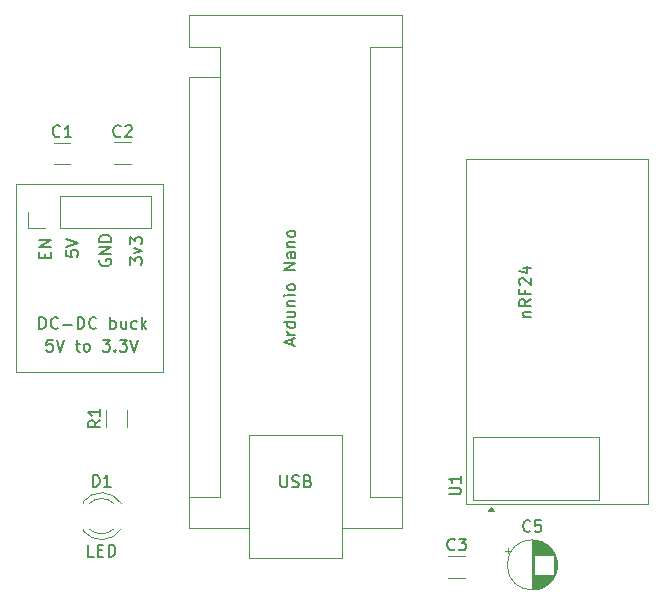
<source format=gbr>
%TF.GenerationSoftware,KiCad,Pcbnew,9.0.5*%
%TF.CreationDate,2025-11-11T16:31:38-05:00*%
%TF.ProjectId,Base_station_PCB_V0.3.1,42617365-5f73-4746-9174-696f6e5f5043,rev?*%
%TF.SameCoordinates,Original*%
%TF.FileFunction,Legend,Top*%
%TF.FilePolarity,Positive*%
%FSLAX46Y46*%
G04 Gerber Fmt 4.6, Leading zero omitted, Abs format (unit mm)*
G04 Created by KiCad (PCBNEW 9.0.5) date 2025-11-11 16:31:38*
%MOMM*%
%LPD*%
G01*
G04 APERTURE LIST*
%ADD10C,0.150000*%
%ADD11C,0.100000*%
%ADD12C,0.120000*%
G04 APERTURE END LIST*
D10*
X98752438Y-86171904D02*
X98704819Y-86267142D01*
X98704819Y-86267142D02*
X98704819Y-86409999D01*
X98704819Y-86409999D02*
X98752438Y-86552856D01*
X98752438Y-86552856D02*
X98847676Y-86648094D01*
X98847676Y-86648094D02*
X98942914Y-86695713D01*
X98942914Y-86695713D02*
X99133390Y-86743332D01*
X99133390Y-86743332D02*
X99276247Y-86743332D01*
X99276247Y-86743332D02*
X99466723Y-86695713D01*
X99466723Y-86695713D02*
X99561961Y-86648094D01*
X99561961Y-86648094D02*
X99657200Y-86552856D01*
X99657200Y-86552856D02*
X99704819Y-86409999D01*
X99704819Y-86409999D02*
X99704819Y-86314761D01*
X99704819Y-86314761D02*
X99657200Y-86171904D01*
X99657200Y-86171904D02*
X99609580Y-86124285D01*
X99609580Y-86124285D02*
X99276247Y-86124285D01*
X99276247Y-86124285D02*
X99276247Y-86314761D01*
X99704819Y-85695713D02*
X98704819Y-85695713D01*
X98704819Y-85695713D02*
X99704819Y-85124285D01*
X99704819Y-85124285D02*
X98704819Y-85124285D01*
X99704819Y-84648094D02*
X98704819Y-84648094D01*
X98704819Y-84648094D02*
X98704819Y-84409999D01*
X98704819Y-84409999D02*
X98752438Y-84267142D01*
X98752438Y-84267142D02*
X98847676Y-84171904D01*
X98847676Y-84171904D02*
X98942914Y-84124285D01*
X98942914Y-84124285D02*
X99133390Y-84076666D01*
X99133390Y-84076666D02*
X99276247Y-84076666D01*
X99276247Y-84076666D02*
X99466723Y-84124285D01*
X99466723Y-84124285D02*
X99561961Y-84171904D01*
X99561961Y-84171904D02*
X99657200Y-84267142D01*
X99657200Y-84267142D02*
X99704819Y-84409999D01*
X99704819Y-84409999D02*
X99704819Y-84648094D01*
X101314819Y-86600475D02*
X101314819Y-85981428D01*
X101314819Y-85981428D02*
X101695771Y-86314761D01*
X101695771Y-86314761D02*
X101695771Y-86171904D01*
X101695771Y-86171904D02*
X101743390Y-86076666D01*
X101743390Y-86076666D02*
X101791009Y-86029047D01*
X101791009Y-86029047D02*
X101886247Y-85981428D01*
X101886247Y-85981428D02*
X102124342Y-85981428D01*
X102124342Y-85981428D02*
X102219580Y-86029047D01*
X102219580Y-86029047D02*
X102267200Y-86076666D01*
X102267200Y-86076666D02*
X102314819Y-86171904D01*
X102314819Y-86171904D02*
X102314819Y-86457618D01*
X102314819Y-86457618D02*
X102267200Y-86552856D01*
X102267200Y-86552856D02*
X102219580Y-86600475D01*
X101648152Y-85648094D02*
X102314819Y-85409999D01*
X102314819Y-85409999D02*
X101648152Y-85171904D01*
X101314819Y-84886189D02*
X101314819Y-84267142D01*
X101314819Y-84267142D02*
X101695771Y-84600475D01*
X101695771Y-84600475D02*
X101695771Y-84457618D01*
X101695771Y-84457618D02*
X101743390Y-84362380D01*
X101743390Y-84362380D02*
X101791009Y-84314761D01*
X101791009Y-84314761D02*
X101886247Y-84267142D01*
X101886247Y-84267142D02*
X102124342Y-84267142D01*
X102124342Y-84267142D02*
X102219580Y-84314761D01*
X102219580Y-84314761D02*
X102267200Y-84362380D01*
X102267200Y-84362380D02*
X102314819Y-84457618D01*
X102314819Y-84457618D02*
X102314819Y-84743332D01*
X102314819Y-84743332D02*
X102267200Y-84838570D01*
X102267200Y-84838570D02*
X102219580Y-84886189D01*
X95904819Y-85390476D02*
X95904819Y-85866666D01*
X95904819Y-85866666D02*
X96381009Y-85914285D01*
X96381009Y-85914285D02*
X96333390Y-85866666D01*
X96333390Y-85866666D02*
X96285771Y-85771428D01*
X96285771Y-85771428D02*
X96285771Y-85533333D01*
X96285771Y-85533333D02*
X96333390Y-85438095D01*
X96333390Y-85438095D02*
X96381009Y-85390476D01*
X96381009Y-85390476D02*
X96476247Y-85342857D01*
X96476247Y-85342857D02*
X96714342Y-85342857D01*
X96714342Y-85342857D02*
X96809580Y-85390476D01*
X96809580Y-85390476D02*
X96857200Y-85438095D01*
X96857200Y-85438095D02*
X96904819Y-85533333D01*
X96904819Y-85533333D02*
X96904819Y-85771428D01*
X96904819Y-85771428D02*
X96857200Y-85866666D01*
X96857200Y-85866666D02*
X96809580Y-85914285D01*
X95904819Y-85057142D02*
X96904819Y-84723809D01*
X96904819Y-84723809D02*
X95904819Y-84390476D01*
X94081009Y-85988094D02*
X94081009Y-85654761D01*
X94604819Y-85511904D02*
X94604819Y-85988094D01*
X94604819Y-85988094D02*
X93604819Y-85988094D01*
X93604819Y-85988094D02*
X93604819Y-85511904D01*
X94604819Y-85083332D02*
X93604819Y-85083332D01*
X93604819Y-85083332D02*
X94604819Y-84511904D01*
X94604819Y-84511904D02*
X93604819Y-84511904D01*
X94750475Y-92954819D02*
X94274285Y-92954819D01*
X94274285Y-92954819D02*
X94226666Y-93431009D01*
X94226666Y-93431009D02*
X94274285Y-93383390D01*
X94274285Y-93383390D02*
X94369523Y-93335771D01*
X94369523Y-93335771D02*
X94607618Y-93335771D01*
X94607618Y-93335771D02*
X94702856Y-93383390D01*
X94702856Y-93383390D02*
X94750475Y-93431009D01*
X94750475Y-93431009D02*
X94798094Y-93526247D01*
X94798094Y-93526247D02*
X94798094Y-93764342D01*
X94798094Y-93764342D02*
X94750475Y-93859580D01*
X94750475Y-93859580D02*
X94702856Y-93907200D01*
X94702856Y-93907200D02*
X94607618Y-93954819D01*
X94607618Y-93954819D02*
X94369523Y-93954819D01*
X94369523Y-93954819D02*
X94274285Y-93907200D01*
X94274285Y-93907200D02*
X94226666Y-93859580D01*
X95083809Y-92954819D02*
X95417142Y-93954819D01*
X95417142Y-93954819D02*
X95750475Y-92954819D01*
X96702857Y-93288152D02*
X97083809Y-93288152D01*
X96845714Y-92954819D02*
X96845714Y-93811961D01*
X96845714Y-93811961D02*
X96893333Y-93907200D01*
X96893333Y-93907200D02*
X96988571Y-93954819D01*
X96988571Y-93954819D02*
X97083809Y-93954819D01*
X97560000Y-93954819D02*
X97464762Y-93907200D01*
X97464762Y-93907200D02*
X97417143Y-93859580D01*
X97417143Y-93859580D02*
X97369524Y-93764342D01*
X97369524Y-93764342D02*
X97369524Y-93478628D01*
X97369524Y-93478628D02*
X97417143Y-93383390D01*
X97417143Y-93383390D02*
X97464762Y-93335771D01*
X97464762Y-93335771D02*
X97560000Y-93288152D01*
X97560000Y-93288152D02*
X97702857Y-93288152D01*
X97702857Y-93288152D02*
X97798095Y-93335771D01*
X97798095Y-93335771D02*
X97845714Y-93383390D01*
X97845714Y-93383390D02*
X97893333Y-93478628D01*
X97893333Y-93478628D02*
X97893333Y-93764342D01*
X97893333Y-93764342D02*
X97845714Y-93859580D01*
X97845714Y-93859580D02*
X97798095Y-93907200D01*
X97798095Y-93907200D02*
X97702857Y-93954819D01*
X97702857Y-93954819D02*
X97560000Y-93954819D01*
X98988572Y-92954819D02*
X99607619Y-92954819D01*
X99607619Y-92954819D02*
X99274286Y-93335771D01*
X99274286Y-93335771D02*
X99417143Y-93335771D01*
X99417143Y-93335771D02*
X99512381Y-93383390D01*
X99512381Y-93383390D02*
X99560000Y-93431009D01*
X99560000Y-93431009D02*
X99607619Y-93526247D01*
X99607619Y-93526247D02*
X99607619Y-93764342D01*
X99607619Y-93764342D02*
X99560000Y-93859580D01*
X99560000Y-93859580D02*
X99512381Y-93907200D01*
X99512381Y-93907200D02*
X99417143Y-93954819D01*
X99417143Y-93954819D02*
X99131429Y-93954819D01*
X99131429Y-93954819D02*
X99036191Y-93907200D01*
X99036191Y-93907200D02*
X98988572Y-93859580D01*
X100036191Y-93859580D02*
X100083810Y-93907200D01*
X100083810Y-93907200D02*
X100036191Y-93954819D01*
X100036191Y-93954819D02*
X99988572Y-93907200D01*
X99988572Y-93907200D02*
X100036191Y-93859580D01*
X100036191Y-93859580D02*
X100036191Y-93954819D01*
X100417143Y-92954819D02*
X101036190Y-92954819D01*
X101036190Y-92954819D02*
X100702857Y-93335771D01*
X100702857Y-93335771D02*
X100845714Y-93335771D01*
X100845714Y-93335771D02*
X100940952Y-93383390D01*
X100940952Y-93383390D02*
X100988571Y-93431009D01*
X100988571Y-93431009D02*
X101036190Y-93526247D01*
X101036190Y-93526247D02*
X101036190Y-93764342D01*
X101036190Y-93764342D02*
X100988571Y-93859580D01*
X100988571Y-93859580D02*
X100940952Y-93907200D01*
X100940952Y-93907200D02*
X100845714Y-93954819D01*
X100845714Y-93954819D02*
X100560000Y-93954819D01*
X100560000Y-93954819D02*
X100464762Y-93907200D01*
X100464762Y-93907200D02*
X100417143Y-93859580D01*
X101321905Y-92954819D02*
X101655238Y-93954819D01*
X101655238Y-93954819D02*
X101988571Y-92954819D01*
X93640000Y-92044819D02*
X93640000Y-91044819D01*
X93640000Y-91044819D02*
X93878095Y-91044819D01*
X93878095Y-91044819D02*
X94020952Y-91092438D01*
X94020952Y-91092438D02*
X94116190Y-91187676D01*
X94116190Y-91187676D02*
X94163809Y-91282914D01*
X94163809Y-91282914D02*
X94211428Y-91473390D01*
X94211428Y-91473390D02*
X94211428Y-91616247D01*
X94211428Y-91616247D02*
X94163809Y-91806723D01*
X94163809Y-91806723D02*
X94116190Y-91901961D01*
X94116190Y-91901961D02*
X94020952Y-91997200D01*
X94020952Y-91997200D02*
X93878095Y-92044819D01*
X93878095Y-92044819D02*
X93640000Y-92044819D01*
X95211428Y-91949580D02*
X95163809Y-91997200D01*
X95163809Y-91997200D02*
X95020952Y-92044819D01*
X95020952Y-92044819D02*
X94925714Y-92044819D01*
X94925714Y-92044819D02*
X94782857Y-91997200D01*
X94782857Y-91997200D02*
X94687619Y-91901961D01*
X94687619Y-91901961D02*
X94640000Y-91806723D01*
X94640000Y-91806723D02*
X94592381Y-91616247D01*
X94592381Y-91616247D02*
X94592381Y-91473390D01*
X94592381Y-91473390D02*
X94640000Y-91282914D01*
X94640000Y-91282914D02*
X94687619Y-91187676D01*
X94687619Y-91187676D02*
X94782857Y-91092438D01*
X94782857Y-91092438D02*
X94925714Y-91044819D01*
X94925714Y-91044819D02*
X95020952Y-91044819D01*
X95020952Y-91044819D02*
X95163809Y-91092438D01*
X95163809Y-91092438D02*
X95211428Y-91140057D01*
X95640000Y-91663866D02*
X96401905Y-91663866D01*
X96878095Y-92044819D02*
X96878095Y-91044819D01*
X96878095Y-91044819D02*
X97116190Y-91044819D01*
X97116190Y-91044819D02*
X97259047Y-91092438D01*
X97259047Y-91092438D02*
X97354285Y-91187676D01*
X97354285Y-91187676D02*
X97401904Y-91282914D01*
X97401904Y-91282914D02*
X97449523Y-91473390D01*
X97449523Y-91473390D02*
X97449523Y-91616247D01*
X97449523Y-91616247D02*
X97401904Y-91806723D01*
X97401904Y-91806723D02*
X97354285Y-91901961D01*
X97354285Y-91901961D02*
X97259047Y-91997200D01*
X97259047Y-91997200D02*
X97116190Y-92044819D01*
X97116190Y-92044819D02*
X96878095Y-92044819D01*
X98449523Y-91949580D02*
X98401904Y-91997200D01*
X98401904Y-91997200D02*
X98259047Y-92044819D01*
X98259047Y-92044819D02*
X98163809Y-92044819D01*
X98163809Y-92044819D02*
X98020952Y-91997200D01*
X98020952Y-91997200D02*
X97925714Y-91901961D01*
X97925714Y-91901961D02*
X97878095Y-91806723D01*
X97878095Y-91806723D02*
X97830476Y-91616247D01*
X97830476Y-91616247D02*
X97830476Y-91473390D01*
X97830476Y-91473390D02*
X97878095Y-91282914D01*
X97878095Y-91282914D02*
X97925714Y-91187676D01*
X97925714Y-91187676D02*
X98020952Y-91092438D01*
X98020952Y-91092438D02*
X98163809Y-91044819D01*
X98163809Y-91044819D02*
X98259047Y-91044819D01*
X98259047Y-91044819D02*
X98401904Y-91092438D01*
X98401904Y-91092438D02*
X98449523Y-91140057D01*
X99640000Y-92044819D02*
X99640000Y-91044819D01*
X99640000Y-91425771D02*
X99735238Y-91378152D01*
X99735238Y-91378152D02*
X99925714Y-91378152D01*
X99925714Y-91378152D02*
X100020952Y-91425771D01*
X100020952Y-91425771D02*
X100068571Y-91473390D01*
X100068571Y-91473390D02*
X100116190Y-91568628D01*
X100116190Y-91568628D02*
X100116190Y-91854342D01*
X100116190Y-91854342D02*
X100068571Y-91949580D01*
X100068571Y-91949580D02*
X100020952Y-91997200D01*
X100020952Y-91997200D02*
X99925714Y-92044819D01*
X99925714Y-92044819D02*
X99735238Y-92044819D01*
X99735238Y-92044819D02*
X99640000Y-91997200D01*
X100973333Y-91378152D02*
X100973333Y-92044819D01*
X100544762Y-91378152D02*
X100544762Y-91901961D01*
X100544762Y-91901961D02*
X100592381Y-91997200D01*
X100592381Y-91997200D02*
X100687619Y-92044819D01*
X100687619Y-92044819D02*
X100830476Y-92044819D01*
X100830476Y-92044819D02*
X100925714Y-91997200D01*
X100925714Y-91997200D02*
X100973333Y-91949580D01*
X101878095Y-91997200D02*
X101782857Y-92044819D01*
X101782857Y-92044819D02*
X101592381Y-92044819D01*
X101592381Y-92044819D02*
X101497143Y-91997200D01*
X101497143Y-91997200D02*
X101449524Y-91949580D01*
X101449524Y-91949580D02*
X101401905Y-91854342D01*
X101401905Y-91854342D02*
X101401905Y-91568628D01*
X101401905Y-91568628D02*
X101449524Y-91473390D01*
X101449524Y-91473390D02*
X101497143Y-91425771D01*
X101497143Y-91425771D02*
X101592381Y-91378152D01*
X101592381Y-91378152D02*
X101782857Y-91378152D01*
X101782857Y-91378152D02*
X101878095Y-91425771D01*
X102306667Y-92044819D02*
X102306667Y-91044819D01*
X102401905Y-91663866D02*
X102687619Y-92044819D01*
X102687619Y-91378152D02*
X102306667Y-91759104D01*
X134588152Y-91005237D02*
X135254819Y-91005237D01*
X134683390Y-91005237D02*
X134635771Y-90957618D01*
X134635771Y-90957618D02*
X134588152Y-90862380D01*
X134588152Y-90862380D02*
X134588152Y-90719523D01*
X134588152Y-90719523D02*
X134635771Y-90624285D01*
X134635771Y-90624285D02*
X134731009Y-90576666D01*
X134731009Y-90576666D02*
X135254819Y-90576666D01*
X135254819Y-89529047D02*
X134778628Y-89862380D01*
X135254819Y-90100475D02*
X134254819Y-90100475D01*
X134254819Y-90100475D02*
X134254819Y-89719523D01*
X134254819Y-89719523D02*
X134302438Y-89624285D01*
X134302438Y-89624285D02*
X134350057Y-89576666D01*
X134350057Y-89576666D02*
X134445295Y-89529047D01*
X134445295Y-89529047D02*
X134588152Y-89529047D01*
X134588152Y-89529047D02*
X134683390Y-89576666D01*
X134683390Y-89576666D02*
X134731009Y-89624285D01*
X134731009Y-89624285D02*
X134778628Y-89719523D01*
X134778628Y-89719523D02*
X134778628Y-90100475D01*
X134731009Y-88767142D02*
X134731009Y-89100475D01*
X135254819Y-89100475D02*
X134254819Y-89100475D01*
X134254819Y-89100475D02*
X134254819Y-88624285D01*
X134350057Y-88290951D02*
X134302438Y-88243332D01*
X134302438Y-88243332D02*
X134254819Y-88148094D01*
X134254819Y-88148094D02*
X134254819Y-87909999D01*
X134254819Y-87909999D02*
X134302438Y-87814761D01*
X134302438Y-87814761D02*
X134350057Y-87767142D01*
X134350057Y-87767142D02*
X134445295Y-87719523D01*
X134445295Y-87719523D02*
X134540533Y-87719523D01*
X134540533Y-87719523D02*
X134683390Y-87767142D01*
X134683390Y-87767142D02*
X135254819Y-88338570D01*
X135254819Y-88338570D02*
X135254819Y-87719523D01*
X134588152Y-86862380D02*
X135254819Y-86862380D01*
X134207200Y-87100475D02*
X134921485Y-87338570D01*
X134921485Y-87338570D02*
X134921485Y-86719523D01*
D11*
X91690000Y-79790000D02*
X104060000Y-79790000D01*
X104060000Y-95720000D01*
X91690000Y-95720000D01*
X91690000Y-79790000D01*
D10*
X98784819Y-99776666D02*
X98308628Y-100109999D01*
X98784819Y-100348094D02*
X97784819Y-100348094D01*
X97784819Y-100348094D02*
X97784819Y-99967142D01*
X97784819Y-99967142D02*
X97832438Y-99871904D01*
X97832438Y-99871904D02*
X97880057Y-99824285D01*
X97880057Y-99824285D02*
X97975295Y-99776666D01*
X97975295Y-99776666D02*
X98118152Y-99776666D01*
X98118152Y-99776666D02*
X98213390Y-99824285D01*
X98213390Y-99824285D02*
X98261009Y-99871904D01*
X98261009Y-99871904D02*
X98308628Y-99967142D01*
X98308628Y-99967142D02*
X98308628Y-100348094D01*
X98784819Y-98824285D02*
X98784819Y-99395713D01*
X98784819Y-99109999D02*
X97784819Y-99109999D01*
X97784819Y-99109999D02*
X97927676Y-99205237D01*
X97927676Y-99205237D02*
X98022914Y-99300475D01*
X98022914Y-99300475D02*
X98070533Y-99395713D01*
X98151905Y-105384819D02*
X98151905Y-104384819D01*
X98151905Y-104384819D02*
X98390000Y-104384819D01*
X98390000Y-104384819D02*
X98532857Y-104432438D01*
X98532857Y-104432438D02*
X98628095Y-104527676D01*
X98628095Y-104527676D02*
X98675714Y-104622914D01*
X98675714Y-104622914D02*
X98723333Y-104813390D01*
X98723333Y-104813390D02*
X98723333Y-104956247D01*
X98723333Y-104956247D02*
X98675714Y-105146723D01*
X98675714Y-105146723D02*
X98628095Y-105241961D01*
X98628095Y-105241961D02*
X98532857Y-105337200D01*
X98532857Y-105337200D02*
X98390000Y-105384819D01*
X98390000Y-105384819D02*
X98151905Y-105384819D01*
X99675714Y-105384819D02*
X99104286Y-105384819D01*
X99390000Y-105384819D02*
X99390000Y-104384819D01*
X99390000Y-104384819D02*
X99294762Y-104527676D01*
X99294762Y-104527676D02*
X99199524Y-104622914D01*
X99199524Y-104622914D02*
X99104286Y-104670533D01*
X98247142Y-111304819D02*
X97770952Y-111304819D01*
X97770952Y-111304819D02*
X97770952Y-110304819D01*
X98580476Y-110781009D02*
X98913809Y-110781009D01*
X99056666Y-111304819D02*
X98580476Y-111304819D01*
X98580476Y-111304819D02*
X98580476Y-110304819D01*
X98580476Y-110304819D02*
X99056666Y-110304819D01*
X99485238Y-111304819D02*
X99485238Y-110304819D01*
X99485238Y-110304819D02*
X99723333Y-110304819D01*
X99723333Y-110304819D02*
X99866190Y-110352438D01*
X99866190Y-110352438D02*
X99961428Y-110447676D01*
X99961428Y-110447676D02*
X100009047Y-110542914D01*
X100009047Y-110542914D02*
X100056666Y-110733390D01*
X100056666Y-110733390D02*
X100056666Y-110876247D01*
X100056666Y-110876247D02*
X100009047Y-111066723D01*
X100009047Y-111066723D02*
X99961428Y-111161961D01*
X99961428Y-111161961D02*
X99866190Y-111257200D01*
X99866190Y-111257200D02*
X99723333Y-111304819D01*
X99723333Y-111304819D02*
X99485238Y-111304819D01*
X128304819Y-106041904D02*
X129114342Y-106041904D01*
X129114342Y-106041904D02*
X129209580Y-105994285D01*
X129209580Y-105994285D02*
X129257200Y-105946666D01*
X129257200Y-105946666D02*
X129304819Y-105851428D01*
X129304819Y-105851428D02*
X129304819Y-105660952D01*
X129304819Y-105660952D02*
X129257200Y-105565714D01*
X129257200Y-105565714D02*
X129209580Y-105518095D01*
X129209580Y-105518095D02*
X129114342Y-105470476D01*
X129114342Y-105470476D02*
X128304819Y-105470476D01*
X129304819Y-104470476D02*
X129304819Y-105041904D01*
X129304819Y-104756190D02*
X128304819Y-104756190D01*
X128304819Y-104756190D02*
X128447676Y-104851428D01*
X128447676Y-104851428D02*
X128542914Y-104946666D01*
X128542914Y-104946666D02*
X128590533Y-105041904D01*
X135193333Y-109119580D02*
X135145714Y-109167200D01*
X135145714Y-109167200D02*
X135002857Y-109214819D01*
X135002857Y-109214819D02*
X134907619Y-109214819D01*
X134907619Y-109214819D02*
X134764762Y-109167200D01*
X134764762Y-109167200D02*
X134669524Y-109071961D01*
X134669524Y-109071961D02*
X134621905Y-108976723D01*
X134621905Y-108976723D02*
X134574286Y-108786247D01*
X134574286Y-108786247D02*
X134574286Y-108643390D01*
X134574286Y-108643390D02*
X134621905Y-108452914D01*
X134621905Y-108452914D02*
X134669524Y-108357676D01*
X134669524Y-108357676D02*
X134764762Y-108262438D01*
X134764762Y-108262438D02*
X134907619Y-108214819D01*
X134907619Y-108214819D02*
X135002857Y-108214819D01*
X135002857Y-108214819D02*
X135145714Y-108262438D01*
X135145714Y-108262438D02*
X135193333Y-108310057D01*
X136098095Y-108214819D02*
X135621905Y-108214819D01*
X135621905Y-108214819D02*
X135574286Y-108691009D01*
X135574286Y-108691009D02*
X135621905Y-108643390D01*
X135621905Y-108643390D02*
X135717143Y-108595771D01*
X135717143Y-108595771D02*
X135955238Y-108595771D01*
X135955238Y-108595771D02*
X136050476Y-108643390D01*
X136050476Y-108643390D02*
X136098095Y-108691009D01*
X136098095Y-108691009D02*
X136145714Y-108786247D01*
X136145714Y-108786247D02*
X136145714Y-109024342D01*
X136145714Y-109024342D02*
X136098095Y-109119580D01*
X136098095Y-109119580D02*
X136050476Y-109167200D01*
X136050476Y-109167200D02*
X135955238Y-109214819D01*
X135955238Y-109214819D02*
X135717143Y-109214819D01*
X135717143Y-109214819D02*
X135621905Y-109167200D01*
X135621905Y-109167200D02*
X135574286Y-109119580D01*
X128798333Y-110699580D02*
X128750714Y-110747200D01*
X128750714Y-110747200D02*
X128607857Y-110794819D01*
X128607857Y-110794819D02*
X128512619Y-110794819D01*
X128512619Y-110794819D02*
X128369762Y-110747200D01*
X128369762Y-110747200D02*
X128274524Y-110651961D01*
X128274524Y-110651961D02*
X128226905Y-110556723D01*
X128226905Y-110556723D02*
X128179286Y-110366247D01*
X128179286Y-110366247D02*
X128179286Y-110223390D01*
X128179286Y-110223390D02*
X128226905Y-110032914D01*
X128226905Y-110032914D02*
X128274524Y-109937676D01*
X128274524Y-109937676D02*
X128369762Y-109842438D01*
X128369762Y-109842438D02*
X128512619Y-109794819D01*
X128512619Y-109794819D02*
X128607857Y-109794819D01*
X128607857Y-109794819D02*
X128750714Y-109842438D01*
X128750714Y-109842438D02*
X128798333Y-109890057D01*
X129131667Y-109794819D02*
X129750714Y-109794819D01*
X129750714Y-109794819D02*
X129417381Y-110175771D01*
X129417381Y-110175771D02*
X129560238Y-110175771D01*
X129560238Y-110175771D02*
X129655476Y-110223390D01*
X129655476Y-110223390D02*
X129703095Y-110271009D01*
X129703095Y-110271009D02*
X129750714Y-110366247D01*
X129750714Y-110366247D02*
X129750714Y-110604342D01*
X129750714Y-110604342D02*
X129703095Y-110699580D01*
X129703095Y-110699580D02*
X129655476Y-110747200D01*
X129655476Y-110747200D02*
X129560238Y-110794819D01*
X129560238Y-110794819D02*
X129274524Y-110794819D01*
X129274524Y-110794819D02*
X129179286Y-110747200D01*
X129179286Y-110747200D02*
X129131667Y-110699580D01*
X100513333Y-75699580D02*
X100465714Y-75747200D01*
X100465714Y-75747200D02*
X100322857Y-75794819D01*
X100322857Y-75794819D02*
X100227619Y-75794819D01*
X100227619Y-75794819D02*
X100084762Y-75747200D01*
X100084762Y-75747200D02*
X99989524Y-75651961D01*
X99989524Y-75651961D02*
X99941905Y-75556723D01*
X99941905Y-75556723D02*
X99894286Y-75366247D01*
X99894286Y-75366247D02*
X99894286Y-75223390D01*
X99894286Y-75223390D02*
X99941905Y-75032914D01*
X99941905Y-75032914D02*
X99989524Y-74937676D01*
X99989524Y-74937676D02*
X100084762Y-74842438D01*
X100084762Y-74842438D02*
X100227619Y-74794819D01*
X100227619Y-74794819D02*
X100322857Y-74794819D01*
X100322857Y-74794819D02*
X100465714Y-74842438D01*
X100465714Y-74842438D02*
X100513333Y-74890057D01*
X100894286Y-74890057D02*
X100941905Y-74842438D01*
X100941905Y-74842438D02*
X101037143Y-74794819D01*
X101037143Y-74794819D02*
X101275238Y-74794819D01*
X101275238Y-74794819D02*
X101370476Y-74842438D01*
X101370476Y-74842438D02*
X101418095Y-74890057D01*
X101418095Y-74890057D02*
X101465714Y-74985295D01*
X101465714Y-74985295D02*
X101465714Y-75080533D01*
X101465714Y-75080533D02*
X101418095Y-75223390D01*
X101418095Y-75223390D02*
X100846667Y-75794819D01*
X100846667Y-75794819D02*
X101465714Y-75794819D01*
X95383333Y-75699580D02*
X95335714Y-75747200D01*
X95335714Y-75747200D02*
X95192857Y-75794819D01*
X95192857Y-75794819D02*
X95097619Y-75794819D01*
X95097619Y-75794819D02*
X94954762Y-75747200D01*
X94954762Y-75747200D02*
X94859524Y-75651961D01*
X94859524Y-75651961D02*
X94811905Y-75556723D01*
X94811905Y-75556723D02*
X94764286Y-75366247D01*
X94764286Y-75366247D02*
X94764286Y-75223390D01*
X94764286Y-75223390D02*
X94811905Y-75032914D01*
X94811905Y-75032914D02*
X94859524Y-74937676D01*
X94859524Y-74937676D02*
X94954762Y-74842438D01*
X94954762Y-74842438D02*
X95097619Y-74794819D01*
X95097619Y-74794819D02*
X95192857Y-74794819D01*
X95192857Y-74794819D02*
X95335714Y-74842438D01*
X95335714Y-74842438D02*
X95383333Y-74890057D01*
X96335714Y-75794819D02*
X95764286Y-75794819D01*
X96050000Y-75794819D02*
X96050000Y-74794819D01*
X96050000Y-74794819D02*
X95954762Y-74937676D01*
X95954762Y-74937676D02*
X95859524Y-75032914D01*
X95859524Y-75032914D02*
X95764286Y-75080533D01*
X115019104Y-93417142D02*
X115019104Y-92940952D01*
X115304819Y-93512380D02*
X114304819Y-93179047D01*
X114304819Y-93179047D02*
X115304819Y-92845714D01*
X115304819Y-92512380D02*
X114638152Y-92512380D01*
X114828628Y-92512380D02*
X114733390Y-92464761D01*
X114733390Y-92464761D02*
X114685771Y-92417142D01*
X114685771Y-92417142D02*
X114638152Y-92321904D01*
X114638152Y-92321904D02*
X114638152Y-92226666D01*
X115304819Y-91464761D02*
X114304819Y-91464761D01*
X115257200Y-91464761D02*
X115304819Y-91559999D01*
X115304819Y-91559999D02*
X115304819Y-91750475D01*
X115304819Y-91750475D02*
X115257200Y-91845713D01*
X115257200Y-91845713D02*
X115209580Y-91893332D01*
X115209580Y-91893332D02*
X115114342Y-91940951D01*
X115114342Y-91940951D02*
X114828628Y-91940951D01*
X114828628Y-91940951D02*
X114733390Y-91893332D01*
X114733390Y-91893332D02*
X114685771Y-91845713D01*
X114685771Y-91845713D02*
X114638152Y-91750475D01*
X114638152Y-91750475D02*
X114638152Y-91559999D01*
X114638152Y-91559999D02*
X114685771Y-91464761D01*
X114638152Y-90559999D02*
X115304819Y-90559999D01*
X114638152Y-90988570D02*
X115161961Y-90988570D01*
X115161961Y-90988570D02*
X115257200Y-90940951D01*
X115257200Y-90940951D02*
X115304819Y-90845713D01*
X115304819Y-90845713D02*
X115304819Y-90702856D01*
X115304819Y-90702856D02*
X115257200Y-90607618D01*
X115257200Y-90607618D02*
X115209580Y-90559999D01*
X114638152Y-90083808D02*
X115304819Y-90083808D01*
X114733390Y-90083808D02*
X114685771Y-90036189D01*
X114685771Y-90036189D02*
X114638152Y-89940951D01*
X114638152Y-89940951D02*
X114638152Y-89798094D01*
X114638152Y-89798094D02*
X114685771Y-89702856D01*
X114685771Y-89702856D02*
X114781009Y-89655237D01*
X114781009Y-89655237D02*
X115304819Y-89655237D01*
X115304819Y-89179046D02*
X114638152Y-89179046D01*
X114304819Y-89179046D02*
X114352438Y-89226665D01*
X114352438Y-89226665D02*
X114400057Y-89179046D01*
X114400057Y-89179046D02*
X114352438Y-89131427D01*
X114352438Y-89131427D02*
X114304819Y-89179046D01*
X114304819Y-89179046D02*
X114400057Y-89179046D01*
X115304819Y-88559999D02*
X115257200Y-88655237D01*
X115257200Y-88655237D02*
X115209580Y-88702856D01*
X115209580Y-88702856D02*
X115114342Y-88750475D01*
X115114342Y-88750475D02*
X114828628Y-88750475D01*
X114828628Y-88750475D02*
X114733390Y-88702856D01*
X114733390Y-88702856D02*
X114685771Y-88655237D01*
X114685771Y-88655237D02*
X114638152Y-88559999D01*
X114638152Y-88559999D02*
X114638152Y-88417142D01*
X114638152Y-88417142D02*
X114685771Y-88321904D01*
X114685771Y-88321904D02*
X114733390Y-88274285D01*
X114733390Y-88274285D02*
X114828628Y-88226666D01*
X114828628Y-88226666D02*
X115114342Y-88226666D01*
X115114342Y-88226666D02*
X115209580Y-88274285D01*
X115209580Y-88274285D02*
X115257200Y-88321904D01*
X115257200Y-88321904D02*
X115304819Y-88417142D01*
X115304819Y-88417142D02*
X115304819Y-88559999D01*
X115304819Y-87036189D02*
X114304819Y-87036189D01*
X114304819Y-87036189D02*
X115304819Y-86464761D01*
X115304819Y-86464761D02*
X114304819Y-86464761D01*
X115304819Y-85559999D02*
X114781009Y-85559999D01*
X114781009Y-85559999D02*
X114685771Y-85607618D01*
X114685771Y-85607618D02*
X114638152Y-85702856D01*
X114638152Y-85702856D02*
X114638152Y-85893332D01*
X114638152Y-85893332D02*
X114685771Y-85988570D01*
X115257200Y-85559999D02*
X115304819Y-85655237D01*
X115304819Y-85655237D02*
X115304819Y-85893332D01*
X115304819Y-85893332D02*
X115257200Y-85988570D01*
X115257200Y-85988570D02*
X115161961Y-86036189D01*
X115161961Y-86036189D02*
X115066723Y-86036189D01*
X115066723Y-86036189D02*
X114971485Y-85988570D01*
X114971485Y-85988570D02*
X114923866Y-85893332D01*
X114923866Y-85893332D02*
X114923866Y-85655237D01*
X114923866Y-85655237D02*
X114876247Y-85559999D01*
X114638152Y-85083808D02*
X115304819Y-85083808D01*
X114733390Y-85083808D02*
X114685771Y-85036189D01*
X114685771Y-85036189D02*
X114638152Y-84940951D01*
X114638152Y-84940951D02*
X114638152Y-84798094D01*
X114638152Y-84798094D02*
X114685771Y-84702856D01*
X114685771Y-84702856D02*
X114781009Y-84655237D01*
X114781009Y-84655237D02*
X115304819Y-84655237D01*
X115304819Y-84036189D02*
X115257200Y-84131427D01*
X115257200Y-84131427D02*
X115209580Y-84179046D01*
X115209580Y-84179046D02*
X115114342Y-84226665D01*
X115114342Y-84226665D02*
X114828628Y-84226665D01*
X114828628Y-84226665D02*
X114733390Y-84179046D01*
X114733390Y-84179046D02*
X114685771Y-84131427D01*
X114685771Y-84131427D02*
X114638152Y-84036189D01*
X114638152Y-84036189D02*
X114638152Y-83893332D01*
X114638152Y-83893332D02*
X114685771Y-83798094D01*
X114685771Y-83798094D02*
X114733390Y-83750475D01*
X114733390Y-83750475D02*
X114828628Y-83702856D01*
X114828628Y-83702856D02*
X115114342Y-83702856D01*
X115114342Y-83702856D02*
X115209580Y-83750475D01*
X115209580Y-83750475D02*
X115257200Y-83798094D01*
X115257200Y-83798094D02*
X115304819Y-83893332D01*
X115304819Y-83893332D02*
X115304819Y-84036189D01*
X114038095Y-104444819D02*
X114038095Y-105254342D01*
X114038095Y-105254342D02*
X114085714Y-105349580D01*
X114085714Y-105349580D02*
X114133333Y-105397200D01*
X114133333Y-105397200D02*
X114228571Y-105444819D01*
X114228571Y-105444819D02*
X114419047Y-105444819D01*
X114419047Y-105444819D02*
X114514285Y-105397200D01*
X114514285Y-105397200D02*
X114561904Y-105349580D01*
X114561904Y-105349580D02*
X114609523Y-105254342D01*
X114609523Y-105254342D02*
X114609523Y-104444819D01*
X115038095Y-105397200D02*
X115180952Y-105444819D01*
X115180952Y-105444819D02*
X115419047Y-105444819D01*
X115419047Y-105444819D02*
X115514285Y-105397200D01*
X115514285Y-105397200D02*
X115561904Y-105349580D01*
X115561904Y-105349580D02*
X115609523Y-105254342D01*
X115609523Y-105254342D02*
X115609523Y-105159104D01*
X115609523Y-105159104D02*
X115561904Y-105063866D01*
X115561904Y-105063866D02*
X115514285Y-105016247D01*
X115514285Y-105016247D02*
X115419047Y-104968628D01*
X115419047Y-104968628D02*
X115228571Y-104921009D01*
X115228571Y-104921009D02*
X115133333Y-104873390D01*
X115133333Y-104873390D02*
X115085714Y-104825771D01*
X115085714Y-104825771D02*
X115038095Y-104730533D01*
X115038095Y-104730533D02*
X115038095Y-104635295D01*
X115038095Y-104635295D02*
X115085714Y-104540057D01*
X115085714Y-104540057D02*
X115133333Y-104492438D01*
X115133333Y-104492438D02*
X115228571Y-104444819D01*
X115228571Y-104444819D02*
X115466666Y-104444819D01*
X115466666Y-104444819D02*
X115609523Y-104492438D01*
X116371428Y-104921009D02*
X116514285Y-104968628D01*
X116514285Y-104968628D02*
X116561904Y-105016247D01*
X116561904Y-105016247D02*
X116609523Y-105111485D01*
X116609523Y-105111485D02*
X116609523Y-105254342D01*
X116609523Y-105254342D02*
X116561904Y-105349580D01*
X116561904Y-105349580D02*
X116514285Y-105397200D01*
X116514285Y-105397200D02*
X116419047Y-105444819D01*
X116419047Y-105444819D02*
X116038095Y-105444819D01*
X116038095Y-105444819D02*
X116038095Y-104444819D01*
X116038095Y-104444819D02*
X116371428Y-104444819D01*
X116371428Y-104444819D02*
X116466666Y-104492438D01*
X116466666Y-104492438D02*
X116514285Y-104540057D01*
X116514285Y-104540057D02*
X116561904Y-104635295D01*
X116561904Y-104635295D02*
X116561904Y-104730533D01*
X116561904Y-104730533D02*
X116514285Y-104825771D01*
X116514285Y-104825771D02*
X116466666Y-104873390D01*
X116466666Y-104873390D02*
X116371428Y-104921009D01*
X116371428Y-104921009D02*
X116038095Y-104921009D01*
D12*
%TO.C,R1*%
X99250000Y-100337064D02*
X99250000Y-98882936D01*
X101070000Y-100337064D02*
X101070000Y-98882936D01*
%TO.C,D1*%
X97330000Y-106654000D02*
X97330000Y-106810000D01*
X97330000Y-108970000D02*
X97330000Y-109126000D01*
X97330000Y-106654484D02*
G75*
G02*
X100561437Y-106810000I1560000J-1235516D01*
G01*
X97849039Y-106810000D02*
G75*
G02*
X99930961Y-106810000I1040961J-1080000D01*
G01*
X99930961Y-108970000D02*
G75*
G02*
X97849039Y-108970000I-1040961J1080000D01*
G01*
X100561437Y-108970000D02*
G75*
G02*
X97330000Y-109125516I-1671437J1080000D01*
G01*
%TO.C,U1*%
X129750000Y-106880000D02*
X129750000Y-106880000D01*
X129750000Y-106880000D02*
X129750000Y-77680000D01*
X145200000Y-106880000D02*
X129750000Y-106880000D01*
X130326000Y-106550000D02*
X130326000Y-106550000D01*
X130326000Y-106550000D02*
X130326000Y-101216000D01*
X140994000Y-106550000D02*
X130326000Y-106550000D01*
X140994000Y-106550000D02*
X140994000Y-106550000D01*
X130326000Y-101216000D02*
X140994000Y-101216000D01*
X140994000Y-101216000D02*
X140994000Y-106550000D01*
X129750000Y-77680000D02*
X145200000Y-77680000D01*
X145200000Y-77680000D02*
X145200000Y-106880000D01*
X132090000Y-107416000D02*
X131610000Y-107416000D01*
X131850000Y-107080000D01*
X132090000Y-107416000D01*
G36*
X132090000Y-107416000D02*
G01*
X131610000Y-107416000D01*
X131850000Y-107080000D01*
X132090000Y-107416000D01*
G37*
%TO.C,J1*%
X92710000Y-83510000D02*
X92710000Y-82130000D01*
X94090000Y-83510000D02*
X92710000Y-83510000D01*
X95360000Y-83510000D02*
X103090000Y-83510000D01*
X95360000Y-83510000D02*
X95360000Y-80750000D01*
X103090000Y-83510000D02*
X103090000Y-80750000D01*
X95360000Y-80750000D02*
X103090000Y-80750000D01*
%TO.C,C5*%
X133090199Y-110815000D02*
X133490199Y-110815000D01*
X133290199Y-110615000D02*
X133290199Y-111015000D01*
X135360000Y-109930000D02*
X135360000Y-114090000D01*
X135400000Y-109930000D02*
X135400000Y-114090000D01*
X135440000Y-109932000D02*
X135440000Y-114088000D01*
X135480000Y-109933000D02*
X135480000Y-114087000D01*
X135520000Y-109936000D02*
X135520000Y-114084000D01*
X135560000Y-109939000D02*
X135560000Y-111170000D01*
X135560000Y-112850000D02*
X135560000Y-114081000D01*
X135600000Y-109944000D02*
X135600000Y-111170000D01*
X135600000Y-112850000D02*
X135600000Y-114076000D01*
X135640000Y-109949000D02*
X135640000Y-111170000D01*
X135640000Y-112850000D02*
X135640000Y-114071000D01*
X135680000Y-109954000D02*
X135680000Y-111170000D01*
X135680000Y-112850000D02*
X135680000Y-114066000D01*
X135720000Y-109961000D02*
X135720000Y-111170000D01*
X135720000Y-112850000D02*
X135720000Y-114059000D01*
X135760000Y-109968000D02*
X135760000Y-111170000D01*
X135760000Y-112850000D02*
X135760000Y-114052000D01*
X135800000Y-109976000D02*
X135800000Y-111170000D01*
X135800000Y-112850000D02*
X135800000Y-114044000D01*
X135840000Y-109985000D02*
X135840000Y-111170000D01*
X135840000Y-112850000D02*
X135840000Y-114035000D01*
X135880000Y-109995000D02*
X135880000Y-111170000D01*
X135880000Y-112850000D02*
X135880000Y-114025000D01*
X135920000Y-110005000D02*
X135920000Y-111170000D01*
X135920000Y-112850000D02*
X135920000Y-114015000D01*
X135960000Y-110017000D02*
X135960000Y-111170000D01*
X135960000Y-112850000D02*
X135960000Y-114003000D01*
X136000000Y-110029000D02*
X136000000Y-111170000D01*
X136000000Y-112850000D02*
X136000000Y-113991000D01*
X136040000Y-110042000D02*
X136040000Y-111170000D01*
X136040000Y-112850000D02*
X136040000Y-113978000D01*
X136080000Y-110056000D02*
X136080000Y-111170000D01*
X136080000Y-112850000D02*
X136080000Y-113964000D01*
X136120000Y-110071000D02*
X136120000Y-111170000D01*
X136120000Y-112850000D02*
X136120000Y-113949000D01*
X136160000Y-110087000D02*
X136160000Y-111170000D01*
X136160000Y-112850000D02*
X136160000Y-113933000D01*
X136200000Y-110104000D02*
X136200000Y-111170000D01*
X136200000Y-112850000D02*
X136200000Y-113916000D01*
X136240000Y-110121000D02*
X136240000Y-111170000D01*
X136240000Y-112850000D02*
X136240000Y-113899000D01*
X136280000Y-110140000D02*
X136280000Y-111170000D01*
X136280000Y-112850000D02*
X136280000Y-113880000D01*
X136320000Y-110160000D02*
X136320000Y-111170000D01*
X136320000Y-112850000D02*
X136320000Y-113860000D01*
X136360000Y-110181000D02*
X136360000Y-111170000D01*
X136360000Y-112850000D02*
X136360000Y-113839000D01*
X136400000Y-110203000D02*
X136400000Y-111170000D01*
X136400000Y-112850000D02*
X136400000Y-113817000D01*
X136440000Y-110226000D02*
X136440000Y-111170000D01*
X136440000Y-112850000D02*
X136440000Y-113794000D01*
X136480000Y-110250000D02*
X136480000Y-111170000D01*
X136480000Y-112850000D02*
X136480000Y-113770000D01*
X136520000Y-110276000D02*
X136520000Y-111170000D01*
X136520000Y-112850000D02*
X136520000Y-113744000D01*
X136560000Y-110302000D02*
X136560000Y-111170000D01*
X136560000Y-112850000D02*
X136560000Y-113718000D01*
X136600000Y-110330000D02*
X136600000Y-111170000D01*
X136600000Y-112850000D02*
X136600000Y-113690000D01*
X136640000Y-110360000D02*
X136640000Y-111170000D01*
X136640000Y-112850000D02*
X136640000Y-113660000D01*
X136680000Y-110391000D02*
X136680000Y-111170000D01*
X136680000Y-112850000D02*
X136680000Y-113629000D01*
X136720000Y-110424000D02*
X136720000Y-111170000D01*
X136720000Y-112850000D02*
X136720000Y-113596000D01*
X136760000Y-110458000D02*
X136760000Y-111170000D01*
X136760000Y-112850000D02*
X136760000Y-113562000D01*
X136800000Y-110494000D02*
X136800000Y-111170000D01*
X136800000Y-112850000D02*
X136800000Y-113526000D01*
X136840000Y-110532000D02*
X136840000Y-111170000D01*
X136840000Y-112850000D02*
X136840000Y-113488000D01*
X136880000Y-110572000D02*
X136880000Y-111170000D01*
X136880000Y-112850000D02*
X136880000Y-113448000D01*
X136920000Y-110614000D02*
X136920000Y-111170000D01*
X136920000Y-112850000D02*
X136920000Y-113406000D01*
X136960000Y-110659000D02*
X136960000Y-111170000D01*
X136960000Y-112850000D02*
X136960000Y-113361000D01*
X137000000Y-110707000D02*
X137000000Y-111170000D01*
X137000000Y-112850000D02*
X137000000Y-113313000D01*
X137040000Y-110757000D02*
X137040000Y-111170000D01*
X137040000Y-112850000D02*
X137040000Y-113263000D01*
X137080000Y-110811000D02*
X137080000Y-111170000D01*
X137080000Y-112850000D02*
X137080000Y-113209000D01*
X137120000Y-110868000D02*
X137120000Y-111170000D01*
X137120000Y-112850000D02*
X137120000Y-113152000D01*
X137160000Y-110930000D02*
X137160000Y-111170000D01*
X137160000Y-112850000D02*
X137160000Y-113090000D01*
X137200000Y-110997000D02*
X137200000Y-113023000D01*
X137240000Y-111070000D02*
X137240000Y-112950000D01*
X137280000Y-111151000D02*
X137280000Y-112869000D01*
X137320000Y-111242000D02*
X137320000Y-112778000D01*
X137360000Y-111347000D02*
X137360000Y-112673000D01*
X137400000Y-111473000D02*
X137400000Y-112547000D01*
X137440000Y-111640000D02*
X137440000Y-112380000D01*
X137480000Y-112010000D02*
G75*
G02*
X133240000Y-112010000I-2120000J0D01*
G01*
X133240000Y-112010000D02*
G75*
G02*
X137480000Y-112010000I2120000J0D01*
G01*
%TO.C,C3*%
X128253748Y-111280000D02*
X129676252Y-111280000D01*
X128253748Y-113100000D02*
X129676252Y-113100000D01*
%TO.C,C2*%
X101351252Y-78070000D02*
X99928748Y-78070000D01*
X101351252Y-76250000D02*
X99928748Y-76250000D01*
%TO.C,C1*%
X94838748Y-76280000D02*
X96261252Y-76280000D01*
X94838748Y-78100000D02*
X96261252Y-78100000D01*
%TO.C,Ardunio Nano*%
X106280000Y-65490000D02*
X106280000Y-68160000D01*
X106280000Y-70700000D02*
X106280000Y-108930000D01*
X106280000Y-108930000D02*
X111360000Y-108930000D01*
X108950000Y-68160000D02*
X106280000Y-68160000D01*
X108950000Y-70700000D02*
X106280000Y-70700000D01*
X108950000Y-70700000D02*
X108950000Y-68160000D01*
X108950000Y-70700000D02*
X108950000Y-106260000D01*
X108950000Y-106260000D02*
X106280000Y-106260000D01*
X111360000Y-101050000D02*
X119240000Y-101050000D01*
X111360000Y-111470000D02*
X111360000Y-101050000D01*
X119240000Y-101050000D02*
X119240000Y-111470000D01*
X119240000Y-111470000D02*
X111360000Y-111470000D01*
X121650000Y-68160000D02*
X121650000Y-106260000D01*
X121650000Y-68160000D02*
X124320000Y-68160000D01*
X121650000Y-106260000D02*
X124320000Y-106260000D01*
X124320000Y-65490000D02*
X106280000Y-65490000D01*
X124320000Y-108930000D02*
X119240000Y-108930000D01*
X124320000Y-108930000D02*
X124320000Y-65490000D01*
%TD*%
M02*

</source>
